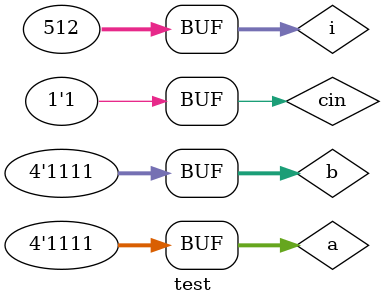
<source format=v>
`include "design.v"


module test;

reg [3:0]a,b;
reg cin;
wire [3:0] sum;
wire c;
integer i;

fa_4bit  dur(a,b,cin,sum,c);


initial begin
    $dumpfile("file.vcd");
    $dumpvars(1);
    for ( i=0 ;i<512 ;i=1+i ) 
    begin
        {a,b,cin}=i;
        #5;
        if ( {c,sum}==a+b+cin)
            $display("true");
        else
            $display("False");
        
    end
end
    
endmodule
</source>
